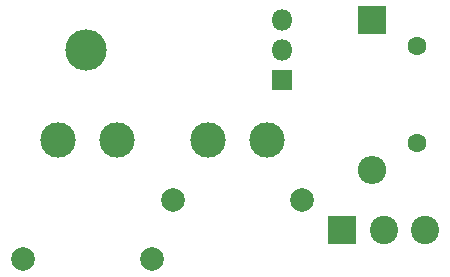
<source format=gbs>
G04 #@! TF.FileFunction,Soldermask,Bot*
%FSLAX46Y46*%
G04 Gerber Fmt 4.6, Leading zero omitted, Abs format (unit mm)*
G04 Created by KiCad (PCBNEW 4.0.7) date 05/25/19 09:40:29*
%MOMM*%
%LPD*%
G01*
G04 APERTURE LIST*
%ADD10C,0.100000*%
%ADD11O,3.500000X3.500000*%
%ADD12R,1.800000X1.800000*%
%ADD13O,1.800000X1.800000*%
%ADD14C,2.000000*%
%ADD15C,3.000000*%
%ADD16R,2.400000X2.400000*%
%ADD17O,2.400000X2.400000*%
%ADD18C,2.400000*%
%ADD19C,1.600000*%
G04 APERTURE END LIST*
D10*
D11*
X42268000Y-70485000D03*
D12*
X58928000Y-73025000D03*
D13*
X58928000Y-70485000D03*
X58928000Y-67945000D03*
D14*
X60618000Y-83105000D03*
D15*
X57618000Y-78105000D03*
X52618000Y-78105000D03*
D14*
X49618000Y-83105000D03*
D16*
X66548000Y-67945000D03*
D17*
X66548000Y-80645000D03*
D16*
X64008000Y-85725000D03*
D18*
X67508000Y-85725000D03*
X71008000Y-85725000D03*
D19*
X70358000Y-78355000D03*
X70358000Y-70105000D03*
D14*
X47918000Y-88105000D03*
D15*
X44918000Y-78105000D03*
X39918000Y-78105000D03*
D14*
X36918000Y-88105000D03*
M02*

</source>
